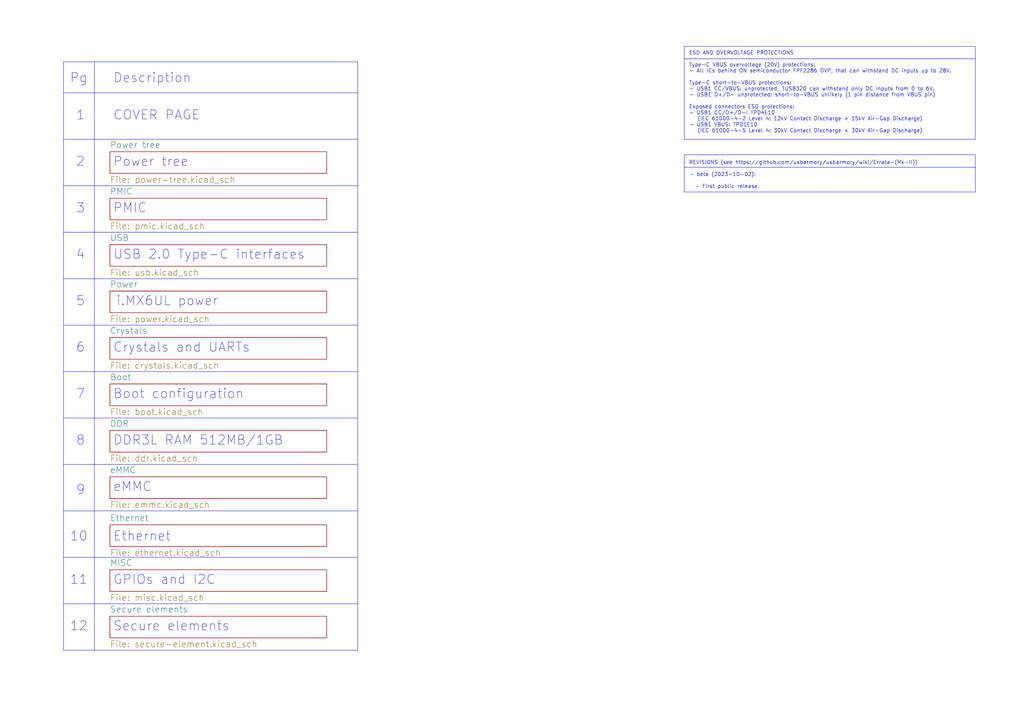
<source format=kicad_sch>
(kicad_sch (version 20230121) (generator eeschema)
  (paper "A3")
  (title_block (title "USB armory Mk II LAN") (date "2023-10-02") (rev "β") (company "WithSecure") (comment 1 "Copyright © WithSecure Corporation") (comment 2 "License: CERN-OHL-S") (comment 3 "https://github.com/usbarmory/usbarmory"))
  (lib_symbols)
  (polyline (pts (xy 280.67 63.5) (xy 280.67 78.74)))
  (polyline (pts (xy 26.035 133.35) (xy 146.685 133.35)))
  (polyline (pts (xy 280.67 57.15) (xy 400.05 57.15)))
  (polyline (pts (xy 26.035 25.4) (xy 146.685 25.4)))
  (polyline (pts (xy 400.05 63.5) (xy 400.05 78.74)))
  (polyline (pts (xy 400.05 63.5) (xy 280.67 63.5)))
  (polyline (pts (xy 400.05 19.05) (xy 280.67 19.05)))
  (polyline (pts (xy 400.05 57.15) (xy 400.05 19.05)))
  (polyline (pts (xy 26.035 171.45) (xy 146.685 171.45)))
  (polyline (pts (xy 26.035 57.15) (xy 146.685 57.15)))
  (polyline (pts (xy 280.67 78.74) (xy 400.05 78.74)))
  (polyline (pts (xy 146.685 25.4) (xy 146.685 266.7)))
  (polyline (pts (xy 26.035 266.7) (xy 146.685 266.7)))
  (polyline (pts (xy 38.735 25.4) (xy 38.735 266.7)))
  (polyline (pts (xy 280.67 24.13) (xy 400.05 24.13)))
  (polyline (pts (xy 280.67 68.58) (xy 400.05 68.58)))
  (polyline (pts (xy 26.035 95.25) (xy 146.685 95.25)))
  (polyline (pts (xy 26.035 228.6) (xy 146.685 228.6)))
  (polyline (pts (xy 26.035 209.55) (xy 146.685 209.55)))
  (polyline (pts (xy 26.035 114.3) (xy 146.685 114.3)))
  (polyline (pts (xy 280.67 19.05) (xy 280.67 57.15)))
  (polyline (pts (xy 26.035 152.4) (xy 146.685 152.4)))
  (polyline (pts (xy 26.035 25.4) (xy 26.035 266.7)))
  (polyline (pts (xy 26.035 38.1) (xy 146.685 38.1)))
  (polyline (pts (xy 26.035 247.65) (xy 146.685 247.65)))
  (polyline (pts (xy 26.035 190.5) (xy 146.685 190.5)))
  (polyline (pts (xy 26.035 76.2) (xy 146.685 76.2)))
  (text "2" (at 31.115 68.58 0) (effects (font (size 3.81 3.81)) (justify left bottom)))
  (text "REVISIONS (see https://github.com/usbarmory/usbarmory/wiki/Errata-(Mk-II))\n\n- beta (2023-10-02):\n\n  - First public release." (at 282.575 77.47 0) (effects (font (size 1.524 1.524)) (justify left bottom)))
  (text "ESD AND OVERVOLTAGE PROTECTIONS\n\nType-C VBUS overvoltage (20V) protections:\n- All ICs behind ON semiconductor FPF2286 OVP, that can withstand DC inputs up to 28V.\n\nType-C short-to-VBUS protections:\n- USB1 CC/VBUS: unprotected, TUSB320 can withstand only DC inputs from 0 to 6V.\n- USB1 D+/D- unprotected: short-to-VBUS unlikely (1 pin distance from VBUS pin)\n\nExposed connectors ESD protections:\n- USB1 CC/D+/D-: TPD4E10\n   (IEC 61000-4-2 Level 4: 12kV Contact Discharge + 15kV Air-Gap Discharge)\n- USB1 VBUS: TPD1E10\n   (IEC 61000-4-5 Level 4: 30kV Contact Discharge + 30kV Air-Gap Discharge)" (at 282.575 54.61 0) (effects (font (size 1.524 1.524)) (justify left bottom)))
  (text "6" (at 31.115 144.78 0) (effects (font (size 3.81 3.81)) (justify left bottom)))
  (text "Pg" (at 28.575 34.29 0) (effects (font (size 3.81 3.81)) (justify left bottom)))
  (text "3" (at 31.115 87.63 0) (effects (font (size 3.81 3.81)) (justify left bottom)))
  (text "7" (at 31.115 163.83 0) (effects (font (size 3.81 3.81)) (justify left bottom)))
  (text "eMMC" (at 46.355 201.93 0) (effects (font (size 3.81 3.81)) (justify left bottom)))
  (text "PMIC" (at 46.355 87.63 0) (effects (font (size 3.81 3.81)) (justify left bottom)))
  (text "Boot configuration" (at 46.355 163.83 0) (effects (font (size 3.81 3.81)) (justify left bottom)))
  (text "1" (at 31.115 49.53 0) (effects (font (size 3.81 3.81)) (justify left bottom)))
  (text "COVER PAGE" (at 46.355 49.53 0) (effects (font (size 3.81 3.81)) (justify left bottom)))
  (text "10" (at 28.575 222.25 0) (effects (font (size 3.81 3.81)) (justify left bottom)))
  (text "Description" (at 46.355 34.29 0) (effects (font (size 3.81 3.81)) (justify left bottom)))
  (text "Ethernet" (at 46.355 222.25 0) (effects (font (size 3.81 3.81)) (justify left bottom)))
  (text "8" (at 31.115 182.88 0) (effects (font (size 3.81 3.81)) (justify left bottom)))
  (text "5" (at 31.115 125.73 0) (effects (font (size 3.81 3.81)) (justify left bottom)))
  (text "USB 2.0 Type-C interfaces" (at 46.355 106.68 0) (effects (font (size 3.81 3.81)) (justify left bottom)))
  (text "DDR3L RAM 512MB/1GB" (at 46.355 182.88 0) (effects (font (size 3.81 3.81)) (justify left bottom)))
  (text "4" (at 31.115 106.68 0) (effects (font (size 3.81 3.81)) (justify left bottom)))
  (text "Secure elements" (at 46.355 259.08 0) (effects (font (size 3.81 3.81)) (justify left bottom)))
  (text "Power tree" (at 46.355 68.58 0) (effects (font (size 3.81 3.81)) (justify left bottom)))
  (text "i.MX6UL power" (at 47.625 125.73 0) (effects (font (size 3.81 3.81)) (justify left bottom)))
  (text "9" (at 31.115 203.2 0) (effects (font (size 3.81 3.81)) (justify left bottom)))
  (text "Crystals and UARTs" (at 46.355 144.78 0) (effects (font (size 3.81 3.81)) (justify left bottom)))
  (text "GPIOs and I2C" (at 46.355 240.03 0) (effects (font (size 3.81 3.81)) (justify left bottom)))
  (text "12" (at 28.575 259.08 0) (effects (font (size 3.81 3.81)) (justify left bottom)))
  (text "11" (at 28.575 240.03 0) (effects (font (size 3.81 3.81)) (justify left bottom)))
  (sheet (at 45.085 81.28) (size 88.9 8.89)
    (property "Sheetname" "PMIC" (at 45.085 79.9334 0) (effects (font (size 2.54 2.54)) (justify left bottom)))
    (property "Sheetfile" "pmic.kicad_sch" (at 45.085 91.2626 0) (effects (font (size 2.54 2.54)) (justify left top)))
  )
  (sheet (at 45.085 138.43) (size 88.9 8.89)
    (property "Sheetname" "Crystals" (at 45.085 137.0834 0) (effects (font (size 2.54 2.54)) (justify left bottom)))
    (property "Sheetfile" "crystals.kicad_sch" (at 45.085 148.4126 0) (effects (font (size 2.54 2.54)) (justify left top)))
  )
  (sheet (at 45.085 195.58) (size 88.9 8.89)
    (property "Sheetname" "eMMC" (at 45.085 194.2334 0) (effects (font (size 2.54 2.54)) (justify left bottom)))
    (property "Sheetfile" "emmc.kicad_sch" (at 45.085 205.5626 0) (effects (font (size 2.54 2.54)) (justify left top)))
  )
  (sheet (at 45.085 233.68) (size 88.9 8.89)
    (property "Sheetname" "MISC" (at 45.085 232.3334 0) (effects (font (size 2.54 2.54)) (justify left bottom)))
    (property "Sheetfile" "misc.kicad_sch" (at 45.085 243.6626 0) (effects (font (size 2.54 2.54)) (justify left top)))
  )
  (sheet (at 45.085 176.53) (size 88.9 8.89)
    (property "Sheetname" "DDR" (at 45.085 175.1834 0) (effects (font (size 2.54 2.54)) (justify left bottom)))
    (property "Sheetfile" "ddr.kicad_sch" (at 45.085 186.5126 0) (effects (font (size 2.54 2.54)) (justify left top)))
  )
  (sheet (at 45.085 100.33) (size 88.9 8.89)
    (property "Sheetname" "USB" (at 45.085 98.9834 0) (effects (font (size 2.54 2.54)) (justify left bottom)))
    (property "Sheetfile" "usb.kicad_sch" (at 45.085 110.3126 0) (effects (font (size 2.54 2.54)) (justify left top)))
  )
  (sheet (at 45.085 157.48) (size 88.9 8.89)
    (property "Sheetname" "Boot" (at 45.085 156.1334 0) (effects (font (size 2.54 2.54)) (justify left bottom)))
    (property "Sheetfile" "boot.kicad_sch" (at 45.085 167.4626 0) (effects (font (size 2.54 2.54)) (justify left top)))
  )
  (sheet (at 45.085 119.38) (size 88.9 8.89)
    (property "Sheetname" "Power" (at 45.085 118.0334 0) (effects (font (size 2.54 2.54)) (justify left bottom)))
    (property "Sheetfile" "power.kicad_sch" (at 45.085 129.3626 0) (effects (font (size 2.54 2.54)) (justify left top)))
  )
  (sheet (at 45.085 252.73) (size 88.9 8.89)
    (property "Sheetname" "Secure elements" (at 45.085 251.3834 0) (effects (font (size 2.54 2.54)) (justify left bottom)))
    (property "Sheetfile" "secure-element.kicad_sch" (at 45.085 262.7126 0) (effects (font (size 2.54 2.54)) (justify left top)))
  )
  (sheet (at 45.085 62.23) (size 88.9 8.89)
    (property "Sheetname" "Power tree" (at 45.085 60.8834 0) (effects (font (size 2.54 2.54)) (justify left bottom)))
    (property "Sheetfile" "power-tree.kicad_sch" (at 45.085 72.2126 0) (effects (font (size 2.54 2.54)) (justify left top)))
  )
  (sheet (at 45.085 215.265) (size 88.9 8.89)
    (property "Sheetname" "Ethernet" (at 45.085 213.9184 0) (effects (font (size 2.54 2.54)) (justify left bottom)))
    (property "Sheetfile" "ethernet.kicad_sch" (at 45.085 225.2476 0) (effects (font (size 2.54 2.54)) (justify left top)))
  )
)
</source>
